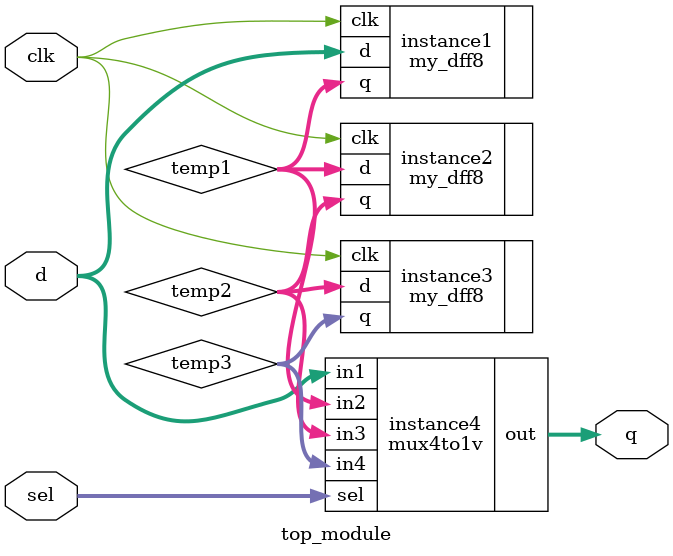
<source format=v>
module mux4to1v(in1, in2, in3, in4, sel, out);
    input wire [7:0] in1, in2, in3, in4;
    input wire [1:0] sel;
    output wire [7:0] out;
    always @(*) begin
        case (sel)
            2'b00: out = in1;
            2'b01: out = in2;
            2'b10: out = in3;
            2'b11: out = in4;
        endcase
    end
endmodule

module top_module ( 
    input clk, 
    input [7:0] d, 
    input [1:0] sel, 
    output [7:0] q 
);
    wire [7:0] temp1, temp2, temp3;
    my_dff8 instance1(.clk(clk), .d(d), .q(temp1));
    my_dff8 instance2(.clk(clk), .d(temp1), .q(temp2));
    my_dff8 instance3(.clk(clk), .d(temp2), .q(temp3));
    mux4to1v instance4(.in1(d), .in2(temp1), .in3(temp2), .in4(temp3), .sel(sel), .out(q));
endmodule
</source>
